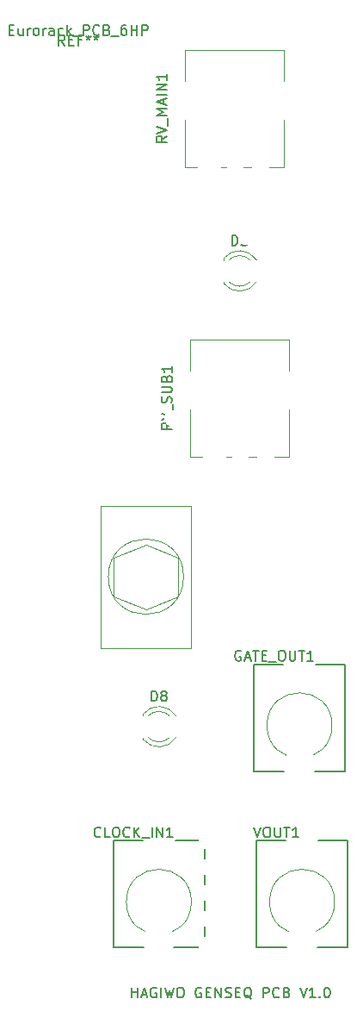
<source format=gbr>
G04 #@! TF.GenerationSoftware,KiCad,Pcbnew,(5.1.10-1-10_14)*
G04 #@! TF.CreationDate,2021-10-15T00:01:35+02:00*
G04 #@! TF.ProjectId,main,6d61696e-2e6b-4696-9361-645f70636258,rev?*
G04 #@! TF.SameCoordinates,Original*
G04 #@! TF.FileFunction,Legend,Top*
G04 #@! TF.FilePolarity,Positive*
%FSLAX46Y46*%
G04 Gerber Fmt 4.6, Leading zero omitted, Abs format (unit mm)*
G04 Created by KiCad (PCBNEW (5.1.10-1-10_14)) date 2021-10-15 00:01:35*
%MOMM*%
%LPD*%
G01*
G04 APERTURE LIST*
%ADD10C,0.200000*%
%ADD11C,0.120000*%
%ADD12C,0.150000*%
%ADD13C,1.700000*%
%ADD14O,1.600000X1.600000*%
%ADD15R,1.600000X1.600000*%
%ADD16O,3.100000X2.300000*%
%ADD17O,2.720000X3.240000*%
%ADD18C,1.800000*%
%ADD19R,1.800000X1.800000*%
%ADD20O,1.400000X1.400000*%
%ADD21C,1.400000*%
%ADD22C,1.600000*%
G04 APERTURE END LIST*
D10*
X89067904Y-145867380D02*
X89067904Y-144867380D01*
X89067904Y-145343571D02*
X89639333Y-145343571D01*
X89639333Y-145867380D02*
X89639333Y-144867380D01*
X90067904Y-145581666D02*
X90544095Y-145581666D01*
X89972666Y-145867380D02*
X90306000Y-144867380D01*
X90639333Y-145867380D01*
X91496476Y-144915000D02*
X91401238Y-144867380D01*
X91258380Y-144867380D01*
X91115523Y-144915000D01*
X91020285Y-145010238D01*
X90972666Y-145105476D01*
X90925047Y-145295952D01*
X90925047Y-145438809D01*
X90972666Y-145629285D01*
X91020285Y-145724523D01*
X91115523Y-145819761D01*
X91258380Y-145867380D01*
X91353619Y-145867380D01*
X91496476Y-145819761D01*
X91544095Y-145772142D01*
X91544095Y-145438809D01*
X91353619Y-145438809D01*
X91972666Y-145867380D02*
X91972666Y-144867380D01*
X92353619Y-144867380D02*
X92591714Y-145867380D01*
X92782190Y-145153095D01*
X92972666Y-145867380D01*
X93210761Y-144867380D01*
X93782190Y-144867380D02*
X93972666Y-144867380D01*
X94067904Y-144915000D01*
X94163142Y-145010238D01*
X94210761Y-145200714D01*
X94210761Y-145534047D01*
X94163142Y-145724523D01*
X94067904Y-145819761D01*
X93972666Y-145867380D01*
X93782190Y-145867380D01*
X93686952Y-145819761D01*
X93591714Y-145724523D01*
X93544095Y-145534047D01*
X93544095Y-145200714D01*
X93591714Y-145010238D01*
X93686952Y-144915000D01*
X93782190Y-144867380D01*
X95925047Y-144915000D02*
X95829809Y-144867380D01*
X95686952Y-144867380D01*
X95544095Y-144915000D01*
X95448857Y-145010238D01*
X95401238Y-145105476D01*
X95353619Y-145295952D01*
X95353619Y-145438809D01*
X95401238Y-145629285D01*
X95448857Y-145724523D01*
X95544095Y-145819761D01*
X95686952Y-145867380D01*
X95782190Y-145867380D01*
X95925047Y-145819761D01*
X95972666Y-145772142D01*
X95972666Y-145438809D01*
X95782190Y-145438809D01*
X96401238Y-145343571D02*
X96734571Y-145343571D01*
X96877428Y-145867380D02*
X96401238Y-145867380D01*
X96401238Y-144867380D01*
X96877428Y-144867380D01*
X97306000Y-145867380D02*
X97306000Y-144867380D01*
X97877428Y-145867380D01*
X97877428Y-144867380D01*
X98306000Y-145819761D02*
X98448857Y-145867380D01*
X98686952Y-145867380D01*
X98782190Y-145819761D01*
X98829809Y-145772142D01*
X98877428Y-145676904D01*
X98877428Y-145581666D01*
X98829809Y-145486428D01*
X98782190Y-145438809D01*
X98686952Y-145391190D01*
X98496476Y-145343571D01*
X98401238Y-145295952D01*
X98353619Y-145248333D01*
X98306000Y-145153095D01*
X98306000Y-145057857D01*
X98353619Y-144962619D01*
X98401238Y-144915000D01*
X98496476Y-144867380D01*
X98734571Y-144867380D01*
X98877428Y-144915000D01*
X99306000Y-145343571D02*
X99639333Y-145343571D01*
X99782190Y-145867380D02*
X99306000Y-145867380D01*
X99306000Y-144867380D01*
X99782190Y-144867380D01*
X100877428Y-145962619D02*
X100782190Y-145915000D01*
X100686952Y-145819761D01*
X100544095Y-145676904D01*
X100448857Y-145629285D01*
X100353619Y-145629285D01*
X100401238Y-145867380D02*
X100306000Y-145819761D01*
X100210761Y-145724523D01*
X100163142Y-145534047D01*
X100163142Y-145200714D01*
X100210761Y-145010238D01*
X100306000Y-144915000D01*
X100401238Y-144867380D01*
X100591714Y-144867380D01*
X100686952Y-144915000D01*
X100782190Y-145010238D01*
X100829809Y-145200714D01*
X100829809Y-145534047D01*
X100782190Y-145724523D01*
X100686952Y-145819761D01*
X100591714Y-145867380D01*
X100401238Y-145867380D01*
X102020285Y-145867380D02*
X102020285Y-144867380D01*
X102401238Y-144867380D01*
X102496476Y-144915000D01*
X102544095Y-144962619D01*
X102591714Y-145057857D01*
X102591714Y-145200714D01*
X102544095Y-145295952D01*
X102496476Y-145343571D01*
X102401238Y-145391190D01*
X102020285Y-145391190D01*
X103591714Y-145772142D02*
X103544095Y-145819761D01*
X103401238Y-145867380D01*
X103306000Y-145867380D01*
X103163142Y-145819761D01*
X103067904Y-145724523D01*
X103020285Y-145629285D01*
X102972666Y-145438809D01*
X102972666Y-145295952D01*
X103020285Y-145105476D01*
X103067904Y-145010238D01*
X103163142Y-144915000D01*
X103306000Y-144867380D01*
X103401238Y-144867380D01*
X103544095Y-144915000D01*
X103591714Y-144962619D01*
X104353619Y-145343571D02*
X104496476Y-145391190D01*
X104544095Y-145438809D01*
X104591714Y-145534047D01*
X104591714Y-145676904D01*
X104544095Y-145772142D01*
X104496476Y-145819761D01*
X104401238Y-145867380D01*
X104020285Y-145867380D01*
X104020285Y-144867380D01*
X104353619Y-144867380D01*
X104448857Y-144915000D01*
X104496476Y-144962619D01*
X104544095Y-145057857D01*
X104544095Y-145153095D01*
X104496476Y-145248333D01*
X104448857Y-145295952D01*
X104353619Y-145343571D01*
X104020285Y-145343571D01*
X105639333Y-144867380D02*
X105972666Y-145867380D01*
X106306000Y-144867380D01*
X107163142Y-145867380D02*
X106591714Y-145867380D01*
X106877428Y-145867380D02*
X106877428Y-144867380D01*
X106782190Y-145010238D01*
X106686952Y-145105476D01*
X106591714Y-145153095D01*
X107591714Y-145772142D02*
X107639333Y-145819761D01*
X107591714Y-145867380D01*
X107544095Y-145819761D01*
X107591714Y-145772142D01*
X107591714Y-145867380D01*
X108258380Y-144867380D02*
X108353619Y-144867380D01*
X108448857Y-144915000D01*
X108496476Y-144962619D01*
X108544095Y-145057857D01*
X108591714Y-145248333D01*
X108591714Y-145486428D01*
X108544095Y-145676904D01*
X108496476Y-145772142D01*
X108448857Y-145819761D01*
X108353619Y-145867380D01*
X108258380Y-145867380D01*
X108163142Y-145819761D01*
X108115523Y-145772142D01*
X108067904Y-145676904D01*
X108020285Y-145486428D01*
X108020285Y-145248333D01*
X108067904Y-145057857D01*
X108115523Y-144962619D01*
X108163142Y-144915000D01*
X108258380Y-144867380D01*
D11*
X94190154Y-104521000D02*
G75*
G03*
X94190154Y-104521000I-3702654J0D01*
G01*
X90487500Y-107696000D02*
X87312500Y-106426000D01*
X93662500Y-106426000D02*
X90487500Y-107696000D01*
X93662500Y-102616000D02*
X93662500Y-106426000D01*
X90487500Y-101346000D02*
X93662500Y-102616000D01*
X87312500Y-102616000D02*
X90487500Y-101346000D01*
X87312500Y-106426000D02*
X87312500Y-102616000D01*
X94932500Y-111506000D02*
X86042500Y-111506000D01*
X94932500Y-97536000D02*
X94932500Y-111506000D01*
X86042500Y-97536000D02*
X94932500Y-97536000D01*
X86042500Y-111506000D02*
X86042500Y-97536000D01*
D10*
X110354000Y-140962000D02*
X110354000Y-130462000D01*
X101354000Y-140962000D02*
X101354000Y-130462000D01*
X101354000Y-130462000D02*
X104254000Y-130462000D01*
X107454000Y-130462000D02*
X110354000Y-130462000D01*
X101354000Y-140962000D02*
X104354000Y-140962000D01*
X107354000Y-140962000D02*
X110354000Y-140962000D01*
D11*
X109054000Y-136462000D02*
G75*
G03*
X109054000Y-136462000I-3200000J0D01*
G01*
X104588500Y-81192500D02*
X94848500Y-81192500D01*
X104588500Y-92782500D02*
X103098500Y-92782500D01*
X104588500Y-84252500D02*
X104588500Y-81192500D01*
X94838500Y-92782500D02*
X94838500Y-88062500D01*
X94848500Y-84252500D02*
X94848500Y-81192500D01*
X104588500Y-92782500D02*
X104588500Y-88062500D01*
X96028500Y-92782500D02*
X94848500Y-92782500D01*
X98928500Y-92782500D02*
X98398500Y-92782500D01*
X101378500Y-92782500D02*
X100548500Y-92782500D01*
X104080500Y-52744500D02*
X94340500Y-52744500D01*
X104080500Y-64334500D02*
X102590500Y-64334500D01*
X104080500Y-55804500D02*
X104080500Y-52744500D01*
X94330500Y-64334500D02*
X94330500Y-59614500D01*
X94340500Y-55804500D02*
X94340500Y-52744500D01*
X104080500Y-64334500D02*
X104080500Y-59614500D01*
X95520500Y-64334500D02*
X94340500Y-64334500D01*
X98420500Y-64334500D02*
X97890500Y-64334500D01*
X100870500Y-64334500D02*
X100040500Y-64334500D01*
D10*
X110100000Y-123626000D02*
X110100000Y-113126000D01*
X101100000Y-123626000D02*
X101100000Y-113126000D01*
X101100000Y-113126000D02*
X104000000Y-113126000D01*
X107200000Y-113126000D02*
X110100000Y-113126000D01*
X101100000Y-123626000D02*
X104100000Y-123626000D01*
X107100000Y-123626000D02*
X110100000Y-123626000D01*
D11*
X108800000Y-119126000D02*
G75*
G03*
X108800000Y-119126000I-3200000J0D01*
G01*
X93429835Y-118174392D02*
G75*
G03*
X90197500Y-118017484I-1672335J-1078608D01*
G01*
X93429835Y-120331608D02*
G75*
G02*
X90197500Y-120488516I-1672335J1078608D01*
G01*
X92798630Y-118173163D02*
G75*
G03*
X90716539Y-118173000I-1041130J-1079837D01*
G01*
X92798630Y-120332837D02*
G75*
G02*
X90716539Y-120333000I-1041130J1079837D01*
G01*
X90197500Y-120333000D02*
X90197500Y-120489000D01*
X90197500Y-118017000D02*
X90197500Y-118173000D01*
X101367335Y-73406892D02*
G75*
G03*
X98135000Y-73249984I-1672335J-1078608D01*
G01*
X101367335Y-75564108D02*
G75*
G02*
X98135000Y-75721016I-1672335J1078608D01*
G01*
X100736130Y-73405663D02*
G75*
G03*
X98654039Y-73405500I-1041130J-1079837D01*
G01*
X100736130Y-75565337D02*
G75*
G02*
X98654039Y-75565500I-1041130J1079837D01*
G01*
X98135000Y-75565500D02*
X98135000Y-75721500D01*
X98135000Y-73249500D02*
X98135000Y-73405500D01*
D10*
X96257500Y-140962000D02*
X96257500Y-130462000D01*
X87257500Y-140962000D02*
X87257500Y-130462000D01*
X87257500Y-130462000D02*
X90157500Y-130462000D01*
X93357500Y-130462000D02*
X96257500Y-130462000D01*
X87257500Y-140962000D02*
X90257500Y-140962000D01*
X93257500Y-140962000D02*
X96257500Y-140962000D01*
D11*
X94957500Y-136462000D02*
G75*
G03*
X94957500Y-136462000I-3200000J0D01*
G01*
D12*
X82486666Y-52323880D02*
X82153333Y-51847690D01*
X81915238Y-52323880D02*
X81915238Y-51323880D01*
X82296190Y-51323880D01*
X82391428Y-51371500D01*
X82439047Y-51419119D01*
X82486666Y-51514357D01*
X82486666Y-51657214D01*
X82439047Y-51752452D01*
X82391428Y-51800071D01*
X82296190Y-51847690D01*
X81915238Y-51847690D01*
X82915238Y-51800071D02*
X83248571Y-51800071D01*
X83391428Y-52323880D02*
X82915238Y-52323880D01*
X82915238Y-51323880D01*
X83391428Y-51323880D01*
X84153333Y-51800071D02*
X83820000Y-51800071D01*
X83820000Y-52323880D02*
X83820000Y-51323880D01*
X84296190Y-51323880D01*
X84820000Y-51323880D02*
X84820000Y-51561976D01*
X84581904Y-51466738D02*
X84820000Y-51561976D01*
X85058095Y-51466738D01*
X84677142Y-51752452D02*
X84820000Y-51561976D01*
X84962857Y-51752452D01*
X85581904Y-51323880D02*
X85581904Y-51561976D01*
X85343809Y-51466738D02*
X85581904Y-51561976D01*
X85820000Y-51466738D01*
X85439047Y-51752452D02*
X85581904Y-51561976D01*
X85724761Y-51752452D01*
X77034285Y-50800071D02*
X77367619Y-50800071D01*
X77510476Y-51323880D02*
X77034285Y-51323880D01*
X77034285Y-50323880D01*
X77510476Y-50323880D01*
X78367619Y-50657214D02*
X78367619Y-51323880D01*
X77939047Y-50657214D02*
X77939047Y-51181023D01*
X77986666Y-51276261D01*
X78081904Y-51323880D01*
X78224761Y-51323880D01*
X78320000Y-51276261D01*
X78367619Y-51228642D01*
X78843809Y-51323880D02*
X78843809Y-50657214D01*
X78843809Y-50847690D02*
X78891428Y-50752452D01*
X78939047Y-50704833D01*
X79034285Y-50657214D01*
X79129523Y-50657214D01*
X79605714Y-51323880D02*
X79510476Y-51276261D01*
X79462857Y-51228642D01*
X79415238Y-51133404D01*
X79415238Y-50847690D01*
X79462857Y-50752452D01*
X79510476Y-50704833D01*
X79605714Y-50657214D01*
X79748571Y-50657214D01*
X79843809Y-50704833D01*
X79891428Y-50752452D01*
X79939047Y-50847690D01*
X79939047Y-51133404D01*
X79891428Y-51228642D01*
X79843809Y-51276261D01*
X79748571Y-51323880D01*
X79605714Y-51323880D01*
X80367619Y-51323880D02*
X80367619Y-50657214D01*
X80367619Y-50847690D02*
X80415238Y-50752452D01*
X80462857Y-50704833D01*
X80558095Y-50657214D01*
X80653333Y-50657214D01*
X81415238Y-51323880D02*
X81415238Y-50800071D01*
X81367619Y-50704833D01*
X81272380Y-50657214D01*
X81081904Y-50657214D01*
X80986666Y-50704833D01*
X81415238Y-51276261D02*
X81320000Y-51323880D01*
X81081904Y-51323880D01*
X80986666Y-51276261D01*
X80939047Y-51181023D01*
X80939047Y-51085785D01*
X80986666Y-50990547D01*
X81081904Y-50942928D01*
X81320000Y-50942928D01*
X81415238Y-50895309D01*
X82320000Y-51276261D02*
X82224761Y-51323880D01*
X82034285Y-51323880D01*
X81939047Y-51276261D01*
X81891428Y-51228642D01*
X81843809Y-51133404D01*
X81843809Y-50847690D01*
X81891428Y-50752452D01*
X81939047Y-50704833D01*
X82034285Y-50657214D01*
X82224761Y-50657214D01*
X82320000Y-50704833D01*
X82748571Y-51323880D02*
X82748571Y-50323880D01*
X82843809Y-50942928D02*
X83129523Y-51323880D01*
X83129523Y-50657214D02*
X82748571Y-51038166D01*
X83320000Y-51419119D02*
X84081904Y-51419119D01*
X84320000Y-51323880D02*
X84320000Y-50323880D01*
X84700952Y-50323880D01*
X84796190Y-50371500D01*
X84843809Y-50419119D01*
X84891428Y-50514357D01*
X84891428Y-50657214D01*
X84843809Y-50752452D01*
X84796190Y-50800071D01*
X84700952Y-50847690D01*
X84320000Y-50847690D01*
X85891428Y-51228642D02*
X85843809Y-51276261D01*
X85700952Y-51323880D01*
X85605714Y-51323880D01*
X85462857Y-51276261D01*
X85367619Y-51181023D01*
X85320000Y-51085785D01*
X85272380Y-50895309D01*
X85272380Y-50752452D01*
X85320000Y-50561976D01*
X85367619Y-50466738D01*
X85462857Y-50371500D01*
X85605714Y-50323880D01*
X85700952Y-50323880D01*
X85843809Y-50371500D01*
X85891428Y-50419119D01*
X86653333Y-50800071D02*
X86796190Y-50847690D01*
X86843809Y-50895309D01*
X86891428Y-50990547D01*
X86891428Y-51133404D01*
X86843809Y-51228642D01*
X86796190Y-51276261D01*
X86700952Y-51323880D01*
X86320000Y-51323880D01*
X86320000Y-50323880D01*
X86653333Y-50323880D01*
X86748571Y-50371500D01*
X86796190Y-50419119D01*
X86843809Y-50514357D01*
X86843809Y-50609595D01*
X86796190Y-50704833D01*
X86748571Y-50752452D01*
X86653333Y-50800071D01*
X86320000Y-50800071D01*
X87081904Y-51419119D02*
X87843809Y-51419119D01*
X88510476Y-50323880D02*
X88320000Y-50323880D01*
X88224761Y-50371500D01*
X88177142Y-50419119D01*
X88081904Y-50561976D01*
X88034285Y-50752452D01*
X88034285Y-51133404D01*
X88081904Y-51228642D01*
X88129523Y-51276261D01*
X88224761Y-51323880D01*
X88415238Y-51323880D01*
X88510476Y-51276261D01*
X88558095Y-51228642D01*
X88605714Y-51133404D01*
X88605714Y-50895309D01*
X88558095Y-50800071D01*
X88510476Y-50752452D01*
X88415238Y-50704833D01*
X88224761Y-50704833D01*
X88129523Y-50752452D01*
X88081904Y-50800071D01*
X88034285Y-50895309D01*
X89034285Y-51323880D02*
X89034285Y-50323880D01*
X89034285Y-50800071D02*
X89605714Y-50800071D01*
X89605714Y-51323880D02*
X89605714Y-50323880D01*
X90081904Y-51323880D02*
X90081904Y-50323880D01*
X90462857Y-50323880D01*
X90558095Y-50371500D01*
X90605714Y-50419119D01*
X90653333Y-50514357D01*
X90653333Y-50657214D01*
X90605714Y-50752452D01*
X90558095Y-50800071D01*
X90462857Y-50847690D01*
X90081904Y-50847690D01*
X101115904Y-129114380D02*
X101449238Y-130114380D01*
X101782571Y-129114380D01*
X102306380Y-129114380D02*
X102496857Y-129114380D01*
X102592095Y-129162000D01*
X102687333Y-129257238D01*
X102734952Y-129447714D01*
X102734952Y-129781047D01*
X102687333Y-129971523D01*
X102592095Y-130066761D01*
X102496857Y-130114380D01*
X102306380Y-130114380D01*
X102211142Y-130066761D01*
X102115904Y-129971523D01*
X102068285Y-129781047D01*
X102068285Y-129447714D01*
X102115904Y-129257238D01*
X102211142Y-129162000D01*
X102306380Y-129114380D01*
X103163523Y-129114380D02*
X103163523Y-129923904D01*
X103211142Y-130019142D01*
X103258761Y-130066761D01*
X103354000Y-130114380D01*
X103544476Y-130114380D01*
X103639714Y-130066761D01*
X103687333Y-130019142D01*
X103734952Y-129923904D01*
X103734952Y-129114380D01*
X104068285Y-129114380D02*
X104639714Y-129114380D01*
X104354000Y-130114380D02*
X104354000Y-129114380D01*
X105496857Y-130114380D02*
X104925428Y-130114380D01*
X105211142Y-130114380D02*
X105211142Y-129114380D01*
X105115904Y-129257238D01*
X105020666Y-129352476D01*
X104925428Y-129400095D01*
X93030880Y-89428690D02*
X92554690Y-89762023D01*
X93030880Y-90000119D02*
X92030880Y-90000119D01*
X92030880Y-89619166D01*
X92078500Y-89523928D01*
X92126119Y-89476309D01*
X92221357Y-89428690D01*
X92364214Y-89428690D01*
X92459452Y-89476309D01*
X92507071Y-89523928D01*
X92554690Y-89619166D01*
X92554690Y-90000119D01*
X92030880Y-89142976D02*
X93030880Y-88809642D01*
X92030880Y-88476309D01*
X93126119Y-88381071D02*
X93126119Y-87619166D01*
X92983261Y-87428690D02*
X93030880Y-87285833D01*
X93030880Y-87047738D01*
X92983261Y-86952500D01*
X92935642Y-86904880D01*
X92840404Y-86857261D01*
X92745166Y-86857261D01*
X92649928Y-86904880D01*
X92602309Y-86952500D01*
X92554690Y-87047738D01*
X92507071Y-87238214D01*
X92459452Y-87333452D01*
X92411833Y-87381071D01*
X92316595Y-87428690D01*
X92221357Y-87428690D01*
X92126119Y-87381071D01*
X92078500Y-87333452D01*
X92030880Y-87238214D01*
X92030880Y-87000119D01*
X92078500Y-86857261D01*
X92030880Y-86428690D02*
X92840404Y-86428690D01*
X92935642Y-86381071D01*
X92983261Y-86333452D01*
X93030880Y-86238214D01*
X93030880Y-86047738D01*
X92983261Y-85952500D01*
X92935642Y-85904880D01*
X92840404Y-85857261D01*
X92030880Y-85857261D01*
X92507071Y-85047738D02*
X92554690Y-84904880D01*
X92602309Y-84857261D01*
X92697547Y-84809642D01*
X92840404Y-84809642D01*
X92935642Y-84857261D01*
X92983261Y-84904880D01*
X93030880Y-85000119D01*
X93030880Y-85381071D01*
X92030880Y-85381071D01*
X92030880Y-85047738D01*
X92078500Y-84952500D01*
X92126119Y-84904880D01*
X92221357Y-84857261D01*
X92316595Y-84857261D01*
X92411833Y-84904880D01*
X92459452Y-84952500D01*
X92507071Y-85047738D01*
X92507071Y-85381071D01*
X93030880Y-83857261D02*
X93030880Y-84428690D01*
X93030880Y-84142976D02*
X92030880Y-84142976D01*
X92173738Y-84238214D01*
X92268976Y-84333452D01*
X92316595Y-84428690D01*
X92522880Y-61242595D02*
X92046690Y-61575928D01*
X92522880Y-61814023D02*
X91522880Y-61814023D01*
X91522880Y-61433071D01*
X91570500Y-61337833D01*
X91618119Y-61290214D01*
X91713357Y-61242595D01*
X91856214Y-61242595D01*
X91951452Y-61290214D01*
X91999071Y-61337833D01*
X92046690Y-61433071D01*
X92046690Y-61814023D01*
X91522880Y-60956880D02*
X92522880Y-60623547D01*
X91522880Y-60290214D01*
X92618119Y-60194976D02*
X92618119Y-59433071D01*
X92522880Y-59194976D02*
X91522880Y-59194976D01*
X92237166Y-58861642D01*
X91522880Y-58528309D01*
X92522880Y-58528309D01*
X92237166Y-58099738D02*
X92237166Y-57623547D01*
X92522880Y-58194976D02*
X91522880Y-57861642D01*
X92522880Y-57528309D01*
X92522880Y-57194976D02*
X91522880Y-57194976D01*
X92522880Y-56718785D02*
X91522880Y-56718785D01*
X92522880Y-56147357D01*
X91522880Y-56147357D01*
X92522880Y-55147357D02*
X92522880Y-55718785D01*
X92522880Y-55433071D02*
X91522880Y-55433071D01*
X91665738Y-55528309D01*
X91760976Y-55623547D01*
X91808595Y-55718785D01*
X99814285Y-111826000D02*
X99719047Y-111778380D01*
X99576190Y-111778380D01*
X99433333Y-111826000D01*
X99338095Y-111921238D01*
X99290476Y-112016476D01*
X99242857Y-112206952D01*
X99242857Y-112349809D01*
X99290476Y-112540285D01*
X99338095Y-112635523D01*
X99433333Y-112730761D01*
X99576190Y-112778380D01*
X99671428Y-112778380D01*
X99814285Y-112730761D01*
X99861904Y-112683142D01*
X99861904Y-112349809D01*
X99671428Y-112349809D01*
X100242857Y-112492666D02*
X100719047Y-112492666D01*
X100147619Y-112778380D02*
X100480952Y-111778380D01*
X100814285Y-112778380D01*
X101004761Y-111778380D02*
X101576190Y-111778380D01*
X101290476Y-112778380D02*
X101290476Y-111778380D01*
X101909523Y-112254571D02*
X102242857Y-112254571D01*
X102385714Y-112778380D02*
X101909523Y-112778380D01*
X101909523Y-111778380D01*
X102385714Y-111778380D01*
X102576190Y-112873619D02*
X103338095Y-112873619D01*
X103766666Y-111778380D02*
X103957142Y-111778380D01*
X104052380Y-111826000D01*
X104147619Y-111921238D01*
X104195238Y-112111714D01*
X104195238Y-112445047D01*
X104147619Y-112635523D01*
X104052380Y-112730761D01*
X103957142Y-112778380D01*
X103766666Y-112778380D01*
X103671428Y-112730761D01*
X103576190Y-112635523D01*
X103528571Y-112445047D01*
X103528571Y-112111714D01*
X103576190Y-111921238D01*
X103671428Y-111826000D01*
X103766666Y-111778380D01*
X104623809Y-111778380D02*
X104623809Y-112587904D01*
X104671428Y-112683142D01*
X104719047Y-112730761D01*
X104814285Y-112778380D01*
X105004761Y-112778380D01*
X105100000Y-112730761D01*
X105147619Y-112683142D01*
X105195238Y-112587904D01*
X105195238Y-111778380D01*
X105528571Y-111778380D02*
X106100000Y-111778380D01*
X105814285Y-112778380D02*
X105814285Y-111778380D01*
X106957142Y-112778380D02*
X106385714Y-112778380D01*
X106671428Y-112778380D02*
X106671428Y-111778380D01*
X106576190Y-111921238D01*
X106480952Y-112016476D01*
X106385714Y-112064095D01*
X91019404Y-116745380D02*
X91019404Y-115745380D01*
X91257500Y-115745380D01*
X91400357Y-115793000D01*
X91495595Y-115888238D01*
X91543214Y-115983476D01*
X91590833Y-116173952D01*
X91590833Y-116316809D01*
X91543214Y-116507285D01*
X91495595Y-116602523D01*
X91400357Y-116697761D01*
X91257500Y-116745380D01*
X91019404Y-116745380D01*
X92162261Y-116173952D02*
X92067023Y-116126333D01*
X92019404Y-116078714D01*
X91971785Y-115983476D01*
X91971785Y-115935857D01*
X92019404Y-115840619D01*
X92067023Y-115793000D01*
X92162261Y-115745380D01*
X92352738Y-115745380D01*
X92447976Y-115793000D01*
X92495595Y-115840619D01*
X92543214Y-115935857D01*
X92543214Y-115983476D01*
X92495595Y-116078714D01*
X92447976Y-116126333D01*
X92352738Y-116173952D01*
X92162261Y-116173952D01*
X92067023Y-116221571D01*
X92019404Y-116269190D01*
X91971785Y-116364428D01*
X91971785Y-116554904D01*
X92019404Y-116650142D01*
X92067023Y-116697761D01*
X92162261Y-116745380D01*
X92352738Y-116745380D01*
X92447976Y-116697761D01*
X92495595Y-116650142D01*
X92543214Y-116554904D01*
X92543214Y-116364428D01*
X92495595Y-116269190D01*
X92447976Y-116221571D01*
X92352738Y-116173952D01*
X98956904Y-71977880D02*
X98956904Y-70977880D01*
X99195000Y-70977880D01*
X99337857Y-71025500D01*
X99433095Y-71120738D01*
X99480714Y-71215976D01*
X99528333Y-71406452D01*
X99528333Y-71549309D01*
X99480714Y-71739785D01*
X99433095Y-71835023D01*
X99337857Y-71930261D01*
X99195000Y-71977880D01*
X98956904Y-71977880D01*
X99861666Y-70977880D02*
X100480714Y-70977880D01*
X100147380Y-71358833D01*
X100290238Y-71358833D01*
X100385476Y-71406452D01*
X100433095Y-71454071D01*
X100480714Y-71549309D01*
X100480714Y-71787404D01*
X100433095Y-71882642D01*
X100385476Y-71930261D01*
X100290238Y-71977880D01*
X100004523Y-71977880D01*
X99909285Y-71930261D01*
X99861666Y-71882642D01*
X86019404Y-130019142D02*
X85971785Y-130066761D01*
X85828928Y-130114380D01*
X85733690Y-130114380D01*
X85590833Y-130066761D01*
X85495595Y-129971523D01*
X85447976Y-129876285D01*
X85400357Y-129685809D01*
X85400357Y-129542952D01*
X85447976Y-129352476D01*
X85495595Y-129257238D01*
X85590833Y-129162000D01*
X85733690Y-129114380D01*
X85828928Y-129114380D01*
X85971785Y-129162000D01*
X86019404Y-129209619D01*
X86924166Y-130114380D02*
X86447976Y-130114380D01*
X86447976Y-129114380D01*
X87447976Y-129114380D02*
X87638452Y-129114380D01*
X87733690Y-129162000D01*
X87828928Y-129257238D01*
X87876547Y-129447714D01*
X87876547Y-129781047D01*
X87828928Y-129971523D01*
X87733690Y-130066761D01*
X87638452Y-130114380D01*
X87447976Y-130114380D01*
X87352738Y-130066761D01*
X87257500Y-129971523D01*
X87209880Y-129781047D01*
X87209880Y-129447714D01*
X87257500Y-129257238D01*
X87352738Y-129162000D01*
X87447976Y-129114380D01*
X88876547Y-130019142D02*
X88828928Y-130066761D01*
X88686071Y-130114380D01*
X88590833Y-130114380D01*
X88447976Y-130066761D01*
X88352738Y-129971523D01*
X88305119Y-129876285D01*
X88257500Y-129685809D01*
X88257500Y-129542952D01*
X88305119Y-129352476D01*
X88352738Y-129257238D01*
X88447976Y-129162000D01*
X88590833Y-129114380D01*
X88686071Y-129114380D01*
X88828928Y-129162000D01*
X88876547Y-129209619D01*
X89305119Y-130114380D02*
X89305119Y-129114380D01*
X89876547Y-130114380D02*
X89447976Y-129542952D01*
X89876547Y-129114380D02*
X89305119Y-129685809D01*
X90067023Y-130209619D02*
X90828928Y-130209619D01*
X91067023Y-130114380D02*
X91067023Y-129114380D01*
X91543214Y-130114380D02*
X91543214Y-129114380D01*
X92114642Y-130114380D01*
X92114642Y-129114380D01*
X93114642Y-130114380D02*
X92543214Y-130114380D01*
X92828928Y-130114380D02*
X92828928Y-129114380D01*
X92733690Y-129257238D01*
X92638452Y-129352476D01*
X92543214Y-129400095D01*
%LPC*%
D13*
X90297000Y-68516500D03*
X92837000Y-68516500D03*
X95377000Y-68516500D03*
X97917000Y-68516500D03*
X100457000Y-68516500D03*
X102997000Y-68516500D03*
X105537000Y-68516500D03*
X108077000Y-68516500D03*
X90297000Y-71056500D03*
X92837000Y-71056500D03*
X95377000Y-71056500D03*
X97917000Y-71056500D03*
X100457000Y-71056500D03*
X102997000Y-71056500D03*
X105537000Y-71056500D03*
G36*
G01*
X108677000Y-71906500D02*
X107477000Y-71906500D01*
G75*
G02*
X107227000Y-71656500I0J250000D01*
G01*
X107227000Y-70456500D01*
G75*
G02*
X107477000Y-70206500I250000J0D01*
G01*
X108677000Y-70206500D01*
G75*
G02*
X108927000Y-70456500I0J-250000D01*
G01*
X108927000Y-71656500D01*
G75*
G02*
X108677000Y-71906500I-250000J0D01*
G01*
G37*
D14*
X104394000Y-100707000D03*
D15*
X112014000Y-100707000D03*
D14*
X108727000Y-86233000D03*
D15*
X108727000Y-93853000D03*
D14*
X104394000Y-97431500D03*
D15*
X112014000Y-97431500D03*
D14*
X108611000Y-76136500D03*
D15*
X108611000Y-83756500D03*
D14*
X112003000Y-86233000D03*
D15*
X112003000Y-93853000D03*
D14*
X111887000Y-76136500D03*
D15*
X111887000Y-83756500D03*
G36*
G01*
X104554000Y-132192000D02*
X104554000Y-130892000D01*
G75*
G02*
X105204000Y-130242000I650000J0D01*
G01*
X106504000Y-130242000D01*
G75*
G02*
X107154000Y-130892000I0J-650000D01*
G01*
X107154000Y-132192000D01*
G75*
G02*
X106504000Y-132842000I-650000J0D01*
G01*
X105204000Y-132842000D01*
G75*
G02*
X104554000Y-132192000I0J650000D01*
G01*
G37*
D16*
X105854000Y-142942000D03*
G36*
G01*
X104554000Y-140492000D02*
X104554000Y-139192000D01*
G75*
G02*
X105204000Y-138542000I650000J0D01*
G01*
X106504000Y-138542000D01*
G75*
G02*
X107154000Y-139192000I0J-650000D01*
G01*
X107154000Y-140492000D01*
G75*
G02*
X106504000Y-141142000I-650000J0D01*
G01*
X105204000Y-141142000D01*
G75*
G02*
X104554000Y-140492000I0J650000D01*
G01*
G37*
D14*
X85407500Y-96583500D03*
X93027500Y-88963500D03*
X87947500Y-96583500D03*
X90487500Y-88963500D03*
X90487500Y-96583500D03*
X87947500Y-88963500D03*
X93027500Y-96583500D03*
D15*
X85407500Y-88963500D03*
D17*
X94918500Y-86162500D03*
X104518500Y-86162500D03*
D18*
X102218500Y-93662500D03*
X99718500Y-93662500D03*
D19*
X97218500Y-93662500D03*
D17*
X94410500Y-57714500D03*
X104010500Y-57714500D03*
D18*
X101710500Y-65214500D03*
X99210500Y-65214500D03*
D19*
X96710500Y-65214500D03*
D20*
X86169500Y-116205000D03*
D21*
X86169500Y-123825000D03*
D20*
X93281500Y-79283400D03*
D21*
X85661500Y-79283400D03*
D20*
X86659300Y-53594000D03*
D21*
X86659300Y-61214000D03*
D20*
X110898000Y-54419500D03*
D21*
X110898000Y-62039500D03*
D20*
X108022000Y-54419500D03*
D21*
X108022000Y-62039500D03*
D20*
X89535200Y-53594000D03*
D21*
X89535200Y-61214000D03*
D20*
X93281500Y-82159200D03*
D21*
X85661500Y-82159200D03*
D20*
X93281500Y-76407500D03*
D21*
X85661500Y-76407500D03*
G36*
G01*
X104300000Y-114856000D02*
X104300000Y-113556000D01*
G75*
G02*
X104950000Y-112906000I650000J0D01*
G01*
X106250000Y-112906000D01*
G75*
G02*
X106900000Y-113556000I0J-650000D01*
G01*
X106900000Y-114856000D01*
G75*
G02*
X106250000Y-115506000I-650000J0D01*
G01*
X104950000Y-115506000D01*
G75*
G02*
X104300000Y-114856000I0J650000D01*
G01*
G37*
D16*
X105600000Y-125606000D03*
G36*
G01*
X104300000Y-123156000D02*
X104300000Y-121856000D01*
G75*
G02*
X104950000Y-121206000I650000J0D01*
G01*
X106250000Y-121206000D01*
G75*
G02*
X106900000Y-121856000I0J-650000D01*
G01*
X106900000Y-123156000D01*
G75*
G02*
X106250000Y-123806000I-650000J0D01*
G01*
X104950000Y-123806000D01*
G75*
G02*
X104300000Y-123156000I0J650000D01*
G01*
G37*
D19*
X90487500Y-119253000D03*
D18*
X93027500Y-119253000D03*
D19*
X98425000Y-74485500D03*
D18*
X100965000Y-74485500D03*
G36*
G01*
X90457500Y-132192000D02*
X90457500Y-130892000D01*
G75*
G02*
X91107500Y-130242000I650000J0D01*
G01*
X92407500Y-130242000D01*
G75*
G02*
X93057500Y-130892000I0J-650000D01*
G01*
X93057500Y-132192000D01*
G75*
G02*
X92407500Y-132842000I-650000J0D01*
G01*
X91107500Y-132842000D01*
G75*
G02*
X90457500Y-132192000I0J650000D01*
G01*
G37*
D16*
X91757500Y-142942000D03*
G36*
G01*
X90457500Y-140492000D02*
X90457500Y-139192000D01*
G75*
G02*
X91107500Y-138542000I650000J0D01*
G01*
X92407500Y-138542000D01*
G75*
G02*
X93057500Y-139192000I0J-650000D01*
G01*
X93057500Y-140492000D01*
G75*
G02*
X92407500Y-141142000I-650000J0D01*
G01*
X91107500Y-141142000D01*
G75*
G02*
X90457500Y-140492000I0J650000D01*
G01*
G37*
D22*
X93071000Y-126789000D03*
X90571000Y-126789000D03*
X92880500Y-123413000D03*
X90380500Y-123413000D03*
D14*
X111696500Y-105092000D03*
X96456500Y-105092000D03*
X111696500Y-140652000D03*
X96456500Y-107632000D03*
X111696500Y-138112000D03*
X96456500Y-110172000D03*
X111696500Y-135572000D03*
X96456500Y-112712000D03*
X111696500Y-133032000D03*
X96456500Y-115252000D03*
X111696500Y-130492000D03*
X96456500Y-117792000D03*
X111696500Y-127952000D03*
X96456500Y-120332000D03*
X111696500Y-125412000D03*
X96456500Y-122872000D03*
X111696500Y-122872000D03*
X96456500Y-125412000D03*
X111696500Y-120332000D03*
X96456500Y-127952000D03*
X111696500Y-117792000D03*
X96456500Y-130492000D03*
X111696500Y-115252000D03*
X96456500Y-133032000D03*
X111696500Y-112712000D03*
X96456500Y-135572000D03*
X111696500Y-110172000D03*
X96456500Y-138112000D03*
X111696500Y-107632000D03*
D15*
X96456500Y-140652000D03*
M02*

</source>
